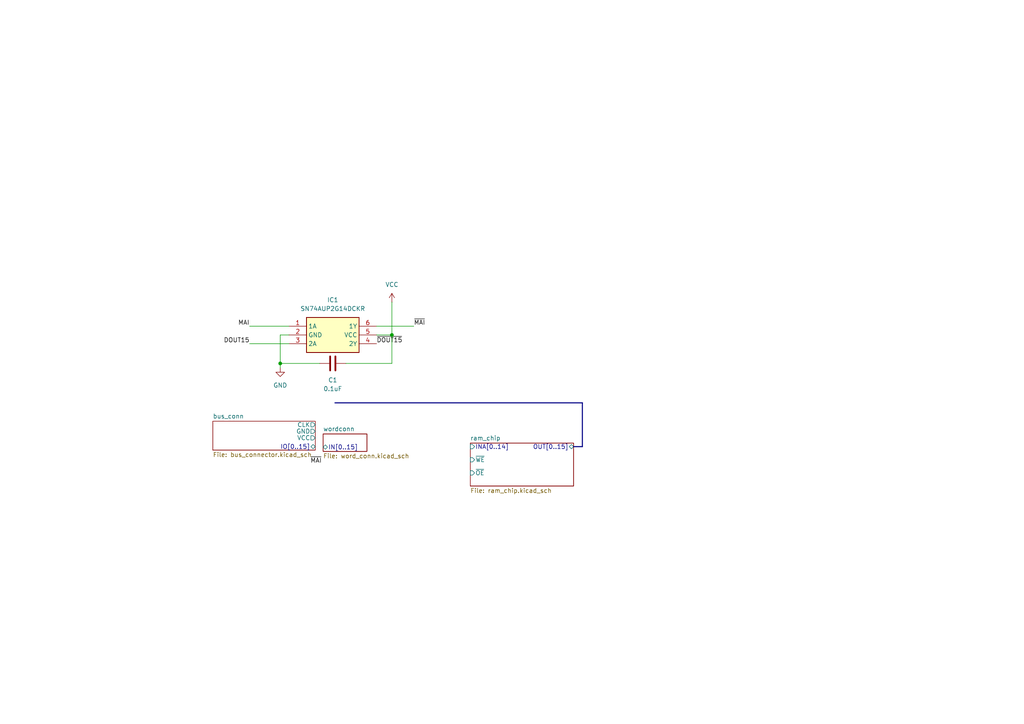
<source format=kicad_sch>
(kicad_sch (version 20231120) (generator "eeschema") (generator_version "8.0")
  (paper "A4")
  (lib_symbols
    (symbol "Device:C" (pin_numbers hide) (pin_names (offset 0.254))
      (property "Reference" "C" (at 0.635 2.54 0))
      (property "Value" "C" (at 0.635 -2.54 0))
      (symbol "C_0_1"
        (polyline (pts (xy -2.032 -0.762) (xy 2.032 -0.762)) (stroke (width 0.508)))
        (polyline (pts (xy -2.032 0.762) (xy 2.032 0.762)) (stroke (width 0.508)))
      )
      (symbol "C_1_1"
        (pin passive line (at 0 3.81 270) (length 2.794) (name "~") (number "1"))
        (pin passive line (at 0 -3.81 90) (length 2.794) (name "~") (number "2"))
      )
    )
    (symbol "SN74AUP2G14DCKR:SN74AUP2G14DCKR"
      (property "Reference" "IC" (at 21.59 7.62 0))
      (property "Value" "SN74AUP2G14DCKR" (at 21.59 5.08 0))
      (symbol "SN74AUP2G14DCKR_1_1"
        (rectangle (start 5.08 2.54) (end 20.32 -7.62) (stroke (width 0.254)) (fill (type background)))
        (pin passive line (at 0 0 0) (length 5.08) (name "1A") (number "1"))
        (pin power_in line (at 0 -2.54 0) (length 5.08) (name "GND") (number "2"))
        (pin passive line (at 0 -5.08 0) (length 5.08) (name "2A") (number "3"))
        (pin passive line (at 25.4 -5.08 180) (length 5.08) (name "2Y") (number "4"))
        (pin power_in line (at 25.4 -2.54 180) (length 5.08) (name "VCC") (number "5"))
        (pin passive line (at 25.4 0 180) (length 5.08) (name "1Y") (number "6"))
      )
    )
    (symbol "power:GND" (power) (pin_numbers hide) (pin_names (offset 0) hide)
      (property "Value" "GND" (at 0 -3.81 0))
      (symbol "GND_0_1"
        (polyline (pts (xy 0 0) (xy 0 -1.27) (xy 1.27 -1.27) (xy 0 -2.54) (xy -1.27 -1.27) (xy 0 -1.27)))
      )
      (symbol "GND_1_1"
        (pin power_in line (at 0 0 270) (length 0) (name "~") (number "1"))
      )
    )
    (symbol "power:VCC" (power) (pin_numbers hide) (pin_names (offset 0) hide)
      (property "Value" "VCC" (at 0 3.556 0))
      (symbol "VCC_0_1"
        (polyline (pts (xy -0.762 1.27) (xy 0 2.54)))
        (polyline (pts (xy 0 0) (xy 0 2.54)))
        (polyline (pts (xy 0 2.54) (xy 0.762 1.27)))
      )
      (symbol "VCC_1_1"
        (pin power_in line (at 0 0 90) (length 0) (name "~") (number "1"))
      )
    )
  )
  (junction (at 113.665 97.155))
  (junction (at 81.28 105.41))
  (wire (pts (xy 72.39 94.615) (xy 83.82 94.615)))
  (bus (pts (xy 168.91 116.84) (xy 168.91 129.54)))
  (wire (pts (xy 113.665 105.41) (xy 113.665 97.155)))
  (bus (pts (xy 168.91 129.54) (xy 166.37 129.54)))
  (wire (pts (xy 113.665 87.63) (xy 113.665 97.155)))
  (wire (pts (xy 113.665 97.155) (xy 109.22 97.155)))
  (wire (pts (xy 100.33 105.41) (xy 113.665 105.41)))
  (wire (pts (xy 72.39 99.695) (xy 83.82 99.695)))
  (wire (pts (xy 109.22 94.615) (xy 120.015 94.615)))
  (wire (pts (xy 83.82 97.155) (xy 81.28 97.155)))
  (wire (pts (xy 81.28 97.155) (xy 81.28 105.41)))
  (wire (pts (xy 81.28 105.41) (xy 81.28 106.68)))
  (bus (pts (xy 97.155 116.84) (xy 168.91 116.84)))
  (wire (pts (xy 81.28 105.41) (xy 92.71 105.41)))
  (label "DOUT15" (at 72.39 99.695 180))
  (label "~{DOUT15}" (at 109.22 99.695 0))
  (label "MAI" (at 72.39 94.615 180))
  (label "~{MAI}" (at 93.345 134.62 180))
  (label "~{MAI}" (at 120.015 94.615 0))
  (symbol (lib_id "power:GND") (at 81.28 106.68 0) (unit 1)
    (property "Reference" "#PWR01" (effects (hide yes)))
    (property "Value" "GND" (at 81.28 111.76 0))
    (property "Description" "Power symbol creates a global label with name \"GND\" , ground" (effects (hide yes)))
  )
  (symbol (lib_id "power:VCC") (at 113.665 87.63 0) (unit 1)
    (property "Reference" "#PWR03" (effects (hide yes)))
    (property "Value" "VCC" (at 113.665 82.55 0))
    (property "Description" "Power symbol creates a global label with name \"VCC\"" (effects (hide yes)))
  )
  (symbol (lib_id "Device:C") (at 96.52 105.41 90) (unit 1)
    (property "Reference" "C1" (at 96.52 110.236 90))
    (property "Value" "0.1uF" (at 96.52 112.776 90))
    (property "Footprint" "Capacitor_SMD:C_0603_1608Metric" (effects (hide yes)))
    (property "Description" "Unpolarized capacitor" (effects (hide yes)))
  )
  (symbol (lib_id "SN74AUP2G14DCKR:SN74AUP2G14DCKR") (at 83.82 94.615 0) (unit 1)
    (property "Reference" "IC1" (at 96.52 86.995 0))
    (property "Value" "SN74AUP2G14DCKR" (at 96.52 89.535 0))
    (property "Footprint" "Package_TO_SOT_SMD:SOT-363_SC-70-6" (effects (hide yes)))
    (property "Datasheet" "http://www.ti.com/lit/ds/symlink/sn74aup2g14.pdf" (effects (hide yes)))
    (property "Description" "Low-Power Dual Schmitt-Trigger Inverter" (effects (hide yes)))
    (property "Height" "1.1" (effects (hide yes)))
    (property "Mouser Part Number" "595-SN74AUP2G14DCKR" (effects (hide yes)))
    (property "Mouser Price/Stock" "https://www.mouser.co.uk/ProductDetail/Texas-Instruments/SN74AUP2G14DCKR?qs=EuM%2FBx4ov4QTOJAKFTdFxA%3D%3D" (effects (hide yes)))
    (property "Manufacturer_Name" "Texas Instruments" (effects (hide yes)))
    (property "Manufacturer_Part_Number" "SN74AUP2G14DCKR" (effects (hide yes)))
  )
  (sheet (at 136.398 128.524) (size 29.972 12.446) (stroke (width 0.1524))
    (property "Sheetname" "ram_chip" (at 136.398 127.8124 0) (effects (justify left bottom)))
    (property "Sheetfile" "ram_chip.kicad_sch" (at 136.398 141.5546 0) (effects (justify left top)))
    (pin "~{WE}" input (at 136.398 133.35 180))
    (pin "INA[0..14]" input (at 136.398 129.54 180))
    (pin "OUT[0..15]" bidirectional (at 166.37 129.54 0))
    (pin "~{OE}" input (at 136.398 137.16 180))
  )
  (sheet (at 61.722 122.174) (size 29.718 8.382) (stroke (width 0.1524))
    (property "Sheetname" "bus_conn" (at 61.722 121.4624 0) (effects (justify left bottom)))
    (property "Sheetfile" "bus_connector.kicad_sch" (at 61.722 131.1406 0) (effects (justify left top)))
    (pin "IO[0..15]" bidirectional (at 91.44 129.54 0))
    (pin "VCC" output (at 91.44 127 0))
    (pin "CLK" output (at 91.44 123.19 0))
    (pin "GND" output (at 91.44 125.095 0))
  )
  (sheet (at 93.726 125.857) (size 12.7 5.08) (stroke (width 0.1524))
    (property "Sheetname" "wordconn" (at 93.726 125.1454 0) (effects (justify left bottom)))
    (property "Sheetfile" "word_conn.kicad_sch" (at 93.726 131.5216 0) (effects (justify left top)))
    (pin "IN[0..15]" tri_state (at 93.726 129.667 180))
  )
)
</source>
